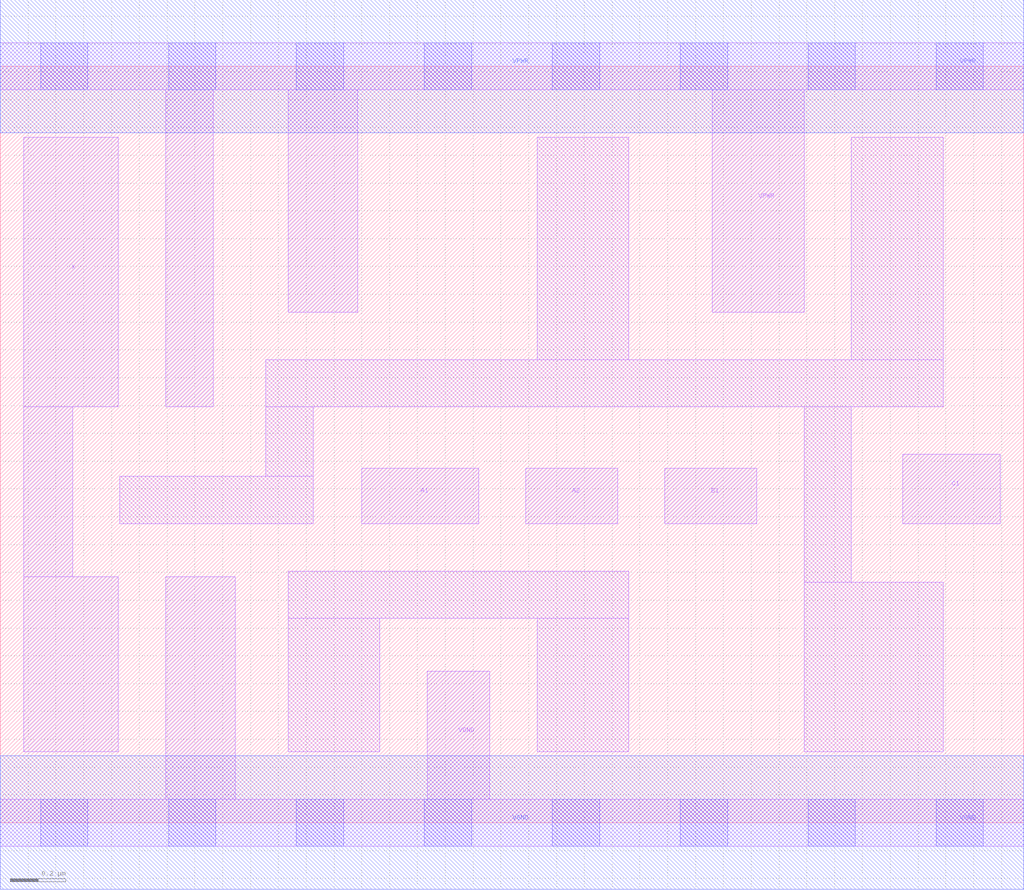
<source format=lef>
# Copyright 2020 The SkyWater PDK Authors
#
# Licensed under the Apache License, Version 2.0 (the "License");
# you may not use this file except in compliance with the License.
# You may obtain a copy of the License at
#
#     https://www.apache.org/licenses/LICENSE-2.0
#
# Unless required by applicable law or agreed to in writing, software
# distributed under the License is distributed on an "AS IS" BASIS,
# WITHOUT WARRANTIES OR CONDITIONS OF ANY KIND, either express or implied.
# See the License for the specific language governing permissions and
# limitations under the License.
#
# SPDX-License-Identifier: Apache-2.0

VERSION 5.7 ;
  NAMESCASESENSITIVE ON ;
  NOWIREEXTENSIONATPIN ON ;
  DIVIDERCHAR "/" ;
  BUSBITCHARS "[]" ;
UNITS
  DATABASE MICRONS 200 ;
END UNITS
MACRO sky130_fd_sc_hd__o211a_1
  CLASS CORE ;
  SOURCE USER ;
  FOREIGN sky130_fd_sc_hd__o211a_1 ;
  ORIGIN  0.000000  0.000000 ;
  SIZE  3.680000 BY  2.720000 ;
  SYMMETRY X Y R90 ;
  SITE unithd ;
  PIN A1
    ANTENNAGATEAREA  0.247500 ;
    DIRECTION INPUT ;
    USE SIGNAL ;
    PORT
      LAYER li1 ;
        RECT 1.300000 1.075000 1.720000 1.275000 ;
    END
  END A1
  PIN A2
    ANTENNAGATEAREA  0.247500 ;
    DIRECTION INPUT ;
    USE SIGNAL ;
    PORT
      LAYER li1 ;
        RECT 1.890000 1.075000 2.220000 1.275000 ;
    END
  END A2
  PIN B1
    ANTENNAGATEAREA  0.247500 ;
    DIRECTION INPUT ;
    USE SIGNAL ;
    PORT
      LAYER li1 ;
        RECT 2.390000 1.075000 2.720000 1.275000 ;
    END
  END B1
  PIN C1
    ANTENNAGATEAREA  0.247500 ;
    DIRECTION INPUT ;
    USE SIGNAL ;
    PORT
      LAYER li1 ;
        RECT 3.245000 1.075000 3.595000 1.325000 ;
    END
  END C1
  PIN X
    ANTENNADIFFAREA  0.429000 ;
    DIRECTION OUTPUT ;
    USE SIGNAL ;
    PORT
      LAYER li1 ;
        RECT 0.085000 0.255000 0.425000 0.885000 ;
        RECT 0.085000 0.885000 0.260000 1.495000 ;
        RECT 0.085000 1.495000 0.425000 2.465000 ;
    END
  END X
  PIN VGND
    DIRECTION INOUT ;
    SHAPE ABUTMENT ;
    USE GROUND ;
    PORT
      LAYER li1 ;
        RECT 0.000000 -0.085000 3.680000 0.085000 ;
        RECT 0.595000  0.085000 0.845000 0.885000 ;
        RECT 1.535000  0.085000 1.760000 0.545000 ;
      LAYER mcon ;
        RECT 0.145000 -0.085000 0.315000 0.085000 ;
        RECT 0.605000 -0.085000 0.775000 0.085000 ;
        RECT 1.065000 -0.085000 1.235000 0.085000 ;
        RECT 1.525000 -0.085000 1.695000 0.085000 ;
        RECT 1.985000 -0.085000 2.155000 0.085000 ;
        RECT 2.445000 -0.085000 2.615000 0.085000 ;
        RECT 2.905000 -0.085000 3.075000 0.085000 ;
        RECT 3.365000 -0.085000 3.535000 0.085000 ;
      LAYER met1 ;
        RECT 0.000000 -0.240000 3.680000 0.240000 ;
    END
  END VGND
  PIN VPWR
    DIRECTION INOUT ;
    SHAPE ABUTMENT ;
    USE POWER ;
    PORT
      LAYER li1 ;
        RECT 0.000000 2.635000 3.680000 2.805000 ;
        RECT 0.595000 1.495000 0.765000 2.635000 ;
        RECT 1.035000 1.835000 1.285000 2.635000 ;
        RECT 2.560000 1.835000 2.890000 2.635000 ;
      LAYER mcon ;
        RECT 0.145000 2.635000 0.315000 2.805000 ;
        RECT 0.605000 2.635000 0.775000 2.805000 ;
        RECT 1.065000 2.635000 1.235000 2.805000 ;
        RECT 1.525000 2.635000 1.695000 2.805000 ;
        RECT 1.985000 2.635000 2.155000 2.805000 ;
        RECT 2.445000 2.635000 2.615000 2.805000 ;
        RECT 2.905000 2.635000 3.075000 2.805000 ;
        RECT 3.365000 2.635000 3.535000 2.805000 ;
      LAYER met1 ;
        RECT 0.000000 2.480000 3.680000 2.960000 ;
    END
  END VPWR
  OBS
    LAYER li1 ;
      RECT 0.430000 1.075000 1.125000 1.245000 ;
      RECT 0.955000 1.245000 1.125000 1.495000 ;
      RECT 0.955000 1.495000 3.390000 1.665000 ;
      RECT 1.035000 0.255000 1.365000 0.735000 ;
      RECT 1.035000 0.735000 2.260000 0.905000 ;
      RECT 1.930000 0.255000 2.260000 0.735000 ;
      RECT 1.930000 1.665000 2.260000 2.465000 ;
      RECT 2.890000 0.255000 3.390000 0.865000 ;
      RECT 2.890000 0.865000 3.060000 1.495000 ;
      RECT 3.060000 1.665000 3.390000 2.465000 ;
  END
END sky130_fd_sc_hd__o211a_1

</source>
